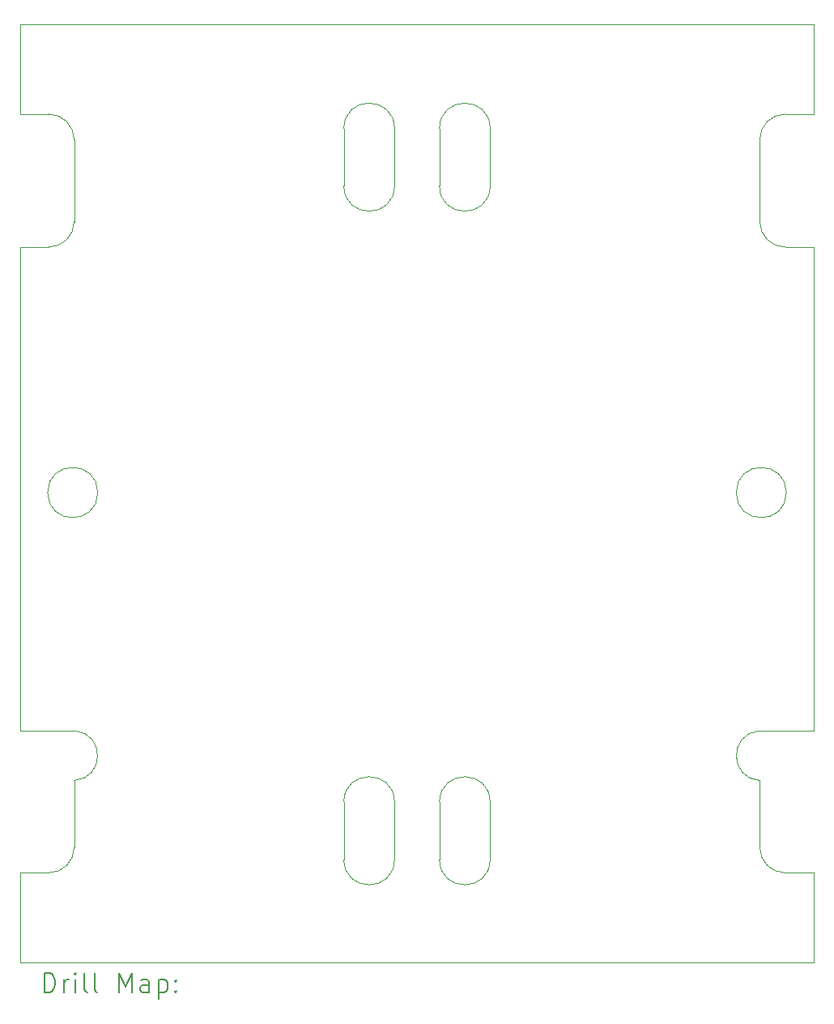
<source format=gbr>
%TF.GenerationSoftware,KiCad,Pcbnew,(6.0.9)*%
%TF.CreationDate,2023-01-30T20:44:02-08:00*%
%TF.ProjectId,solar-panel-NoCutout,736f6c61-722d-4706-916e-656c2d4e6f43,2.0*%
%TF.SameCoordinates,Original*%
%TF.FileFunction,Drillmap*%
%TF.FilePolarity,Positive*%
%FSLAX45Y45*%
G04 Gerber Fmt 4.5, Leading zero omitted, Abs format (unit mm)*
G04 Created by KiCad (PCBNEW (6.0.9)) date 2023-01-30 20:44:02*
%MOMM*%
%LPD*%
G01*
G04 APERTURE LIST*
%ADD10C,0.050000*%
%ADD11C,0.200000*%
G04 APERTURE END LIST*
D10*
X13685000Y-15300000D02*
X13685000Y-14700000D01*
X14215000Y-15300000D02*
X14215000Y-14700000D01*
X14685000Y-14700000D02*
X14685000Y-15300000D01*
X15215000Y-15300000D02*
X15215000Y-14700000D01*
X14215000Y-7660000D02*
X14215000Y-8260000D01*
X13685000Y-7660000D02*
X13685000Y-8260000D01*
X14685000Y-7660000D02*
X14685000Y-8260000D01*
X15215000Y-7660000D02*
X15215000Y-8260000D01*
X18600000Y-6575000D02*
X10300000Y-6575000D01*
X18312500Y-11465000D02*
G75*
G03*
X18312500Y-11465000I-262500J0D01*
G01*
X10874461Y-13955719D02*
X10300000Y-13955719D01*
X18024999Y-13955710D02*
G75*
G03*
X18035000Y-14475000I25001J-259260D01*
G01*
X18600000Y-16375000D02*
X18600000Y-15645000D01*
X18600000Y-7310000D02*
X18600000Y-6575000D01*
X10600000Y-7510000D02*
X10300000Y-7510000D01*
X10865000Y-7775000D02*
G75*
G03*
X10600000Y-7510000I-265000J0D01*
G01*
X10600000Y-8900000D02*
G75*
G03*
X10865000Y-8635000I0J265000D01*
G01*
X10600000Y-8900000D02*
X10300000Y-8900000D01*
X10865000Y-7775000D02*
X10865000Y-8635000D01*
X18300000Y-7510000D02*
G75*
G03*
X18035000Y-7775000I0J-265000D01*
G01*
X18035000Y-8635000D02*
G75*
G03*
X18300000Y-8900000I265000J0D01*
G01*
X18300000Y-7510000D02*
X18600000Y-7510000D01*
X18035000Y-7775000D02*
X18035000Y-8635000D01*
X18300000Y-8900000D02*
X18600000Y-8900000D01*
X10300000Y-6575000D02*
X10300000Y-7510000D01*
X10300000Y-8900000D02*
X10300000Y-13955719D01*
X10300000Y-15440000D02*
X10300000Y-16375000D01*
X18600000Y-15645000D02*
X18600000Y-15440000D01*
X18600000Y-7510000D02*
X18600000Y-7310000D01*
X18599461Y-13955719D02*
X18025000Y-13955719D01*
X13685000Y-8260000D02*
G75*
G03*
X14215000Y-8260000I265000J0D01*
G01*
X10865000Y-14475000D02*
G75*
G03*
X10874461Y-13955719I-15000J260000D01*
G01*
X10865000Y-15175000D02*
X10865000Y-14475000D01*
X15215000Y-7660000D02*
G75*
G03*
X14685000Y-7660000I-265000J0D01*
G01*
X14215000Y-7660000D02*
G75*
G03*
X13685000Y-7660000I-265000J0D01*
G01*
X10300000Y-16375000D02*
X18600000Y-16375000D01*
X14215000Y-14700000D02*
G75*
G03*
X13685000Y-14700000I-265000J0D01*
G01*
X18035000Y-15175000D02*
X18035000Y-14475000D01*
X10600000Y-15440000D02*
X10300000Y-15440000D01*
X13685000Y-15300000D02*
G75*
G03*
X14215000Y-15300000I265000J0D01*
G01*
X15215000Y-14700000D02*
G75*
G03*
X14685000Y-14700000I-265000J0D01*
G01*
X10600000Y-15440000D02*
G75*
G03*
X10865000Y-15175000I0J265000D01*
G01*
X18035000Y-15175000D02*
G75*
G03*
X18300000Y-15440000I265000J0D01*
G01*
X14685000Y-15300000D02*
G75*
G03*
X15215000Y-15300000I265000J0D01*
G01*
X18300000Y-15440000D02*
X18600000Y-15440000D01*
X18600000Y-8900000D02*
X18599461Y-13955719D01*
X14685000Y-8260000D02*
G75*
G03*
X15215000Y-8260000I265000J0D01*
G01*
X11112500Y-11465000D02*
G75*
G03*
X11112500Y-11465000I-262500J0D01*
G01*
D11*
X10555119Y-16687976D02*
X10555119Y-16487976D01*
X10602738Y-16487976D01*
X10631310Y-16497500D01*
X10650357Y-16516548D01*
X10659881Y-16535595D01*
X10669405Y-16573690D01*
X10669405Y-16602262D01*
X10659881Y-16640357D01*
X10650357Y-16659405D01*
X10631310Y-16678452D01*
X10602738Y-16687976D01*
X10555119Y-16687976D01*
X10755119Y-16687976D02*
X10755119Y-16554643D01*
X10755119Y-16592738D02*
X10764643Y-16573690D01*
X10774167Y-16564167D01*
X10793214Y-16554643D01*
X10812262Y-16554643D01*
X10878929Y-16687976D02*
X10878929Y-16554643D01*
X10878929Y-16487976D02*
X10869405Y-16497500D01*
X10878929Y-16507024D01*
X10888452Y-16497500D01*
X10878929Y-16487976D01*
X10878929Y-16507024D01*
X11002738Y-16687976D02*
X10983690Y-16678452D01*
X10974167Y-16659405D01*
X10974167Y-16487976D01*
X11107500Y-16687976D02*
X11088452Y-16678452D01*
X11078929Y-16659405D01*
X11078929Y-16487976D01*
X11336071Y-16687976D02*
X11336071Y-16487976D01*
X11402738Y-16630833D01*
X11469405Y-16487976D01*
X11469405Y-16687976D01*
X11650357Y-16687976D02*
X11650357Y-16583214D01*
X11640833Y-16564167D01*
X11621786Y-16554643D01*
X11583690Y-16554643D01*
X11564643Y-16564167D01*
X11650357Y-16678452D02*
X11631309Y-16687976D01*
X11583690Y-16687976D01*
X11564643Y-16678452D01*
X11555119Y-16659405D01*
X11555119Y-16640357D01*
X11564643Y-16621309D01*
X11583690Y-16611786D01*
X11631309Y-16611786D01*
X11650357Y-16602262D01*
X11745595Y-16554643D02*
X11745595Y-16754643D01*
X11745595Y-16564167D02*
X11764643Y-16554643D01*
X11802738Y-16554643D01*
X11821786Y-16564167D01*
X11831309Y-16573690D01*
X11840833Y-16592738D01*
X11840833Y-16649881D01*
X11831309Y-16668928D01*
X11821786Y-16678452D01*
X11802738Y-16687976D01*
X11764643Y-16687976D01*
X11745595Y-16678452D01*
X11926548Y-16668928D02*
X11936071Y-16678452D01*
X11926548Y-16687976D01*
X11917024Y-16678452D01*
X11926548Y-16668928D01*
X11926548Y-16687976D01*
X11926548Y-16564167D02*
X11936071Y-16573690D01*
X11926548Y-16583214D01*
X11917024Y-16573690D01*
X11926548Y-16564167D01*
X11926548Y-16583214D01*
M02*

</source>
